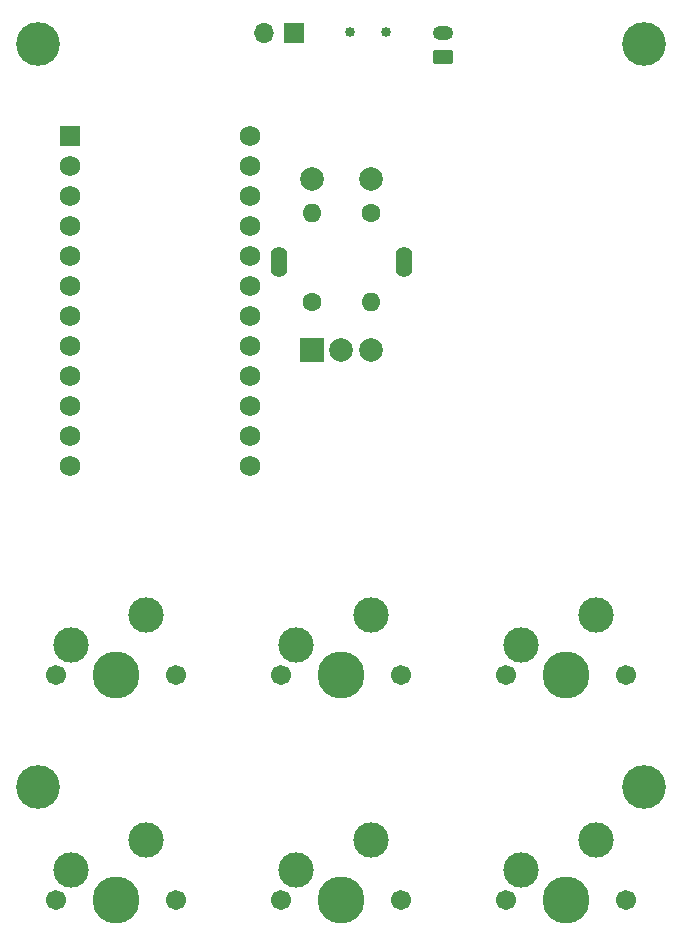
<source format=gts>
%TF.GenerationSoftware,KiCad,Pcbnew,(6.0.4)*%
%TF.CreationDate,2022-08-26T14:06:06+02:00*%
%TF.ProjectId,Little Big Scroll 6 - PCB,4c697474-6c65-4204-9269-67205363726f,v1.1*%
%TF.SameCoordinates,Original*%
%TF.FileFunction,Soldermask,Top*%
%TF.FilePolarity,Negative*%
%FSLAX46Y46*%
G04 Gerber Fmt 4.6, Leading zero omitted, Abs format (unit mm)*
G04 Created by KiCad (PCBNEW (6.0.4)) date 2022-08-26 14:06:06*
%MOMM*%
%LPD*%
G01*
G04 APERTURE LIST*
G04 Aperture macros list*
%AMRoundRect*
0 Rectangle with rounded corners*
0 $1 Rounding radius*
0 $2 $3 $4 $5 $6 $7 $8 $9 X,Y pos of 4 corners*
0 Add a 4 corners polygon primitive as box body*
4,1,4,$2,$3,$4,$5,$6,$7,$8,$9,$2,$3,0*
0 Add four circle primitives for the rounded corners*
1,1,$1+$1,$2,$3*
1,1,$1+$1,$4,$5*
1,1,$1+$1,$6,$7*
1,1,$1+$1,$8,$9*
0 Add four rect primitives between the rounded corners*
20,1,$1+$1,$2,$3,$4,$5,0*
20,1,$1+$1,$4,$5,$6,$7,0*
20,1,$1+$1,$6,$7,$8,$9,0*
20,1,$1+$1,$8,$9,$2,$3,0*%
G04 Aperture macros list end*
%ADD10R,1.752600X1.752600*%
%ADD11C,1.752600*%
%ADD12C,3.000000*%
%ADD13C,1.701800*%
%ADD14C,3.987800*%
%ADD15R,2.000000X2.000000*%
%ADD16C,2.000000*%
%ADD17O,1.400000X2.600000*%
%ADD18C,3.700000*%
%ADD19R,1.700000X1.700000*%
%ADD20O,1.700000X1.700000*%
%ADD21RoundRect,0.250000X0.625000X-0.350000X0.625000X0.350000X-0.625000X0.350000X-0.625000X-0.350000X0*%
%ADD22O,1.750000X1.200000*%
%ADD23C,1.600000*%
%ADD24O,1.600000X1.600000*%
%ADD25C,0.850000*%
G04 APERTURE END LIST*
D10*
X87340000Y-57510000D03*
D11*
X87340000Y-60050000D03*
X87340000Y-62590000D03*
X87340000Y-65130000D03*
X87340000Y-67670000D03*
X87340000Y-70210000D03*
X87340000Y-72750000D03*
X87340000Y-75290000D03*
X87340000Y-77830000D03*
X87340000Y-80370000D03*
X87340000Y-82910000D03*
X87340000Y-85450000D03*
X102580000Y-85450000D03*
X102580000Y-82910000D03*
X102580000Y-80370000D03*
X102580000Y-77830000D03*
X102580000Y-75290000D03*
X102580000Y-72750000D03*
X102580000Y-70210000D03*
X102580000Y-67670000D03*
X102580000Y-65130000D03*
X102580000Y-62590000D03*
X102580000Y-60050000D03*
X102580000Y-57510000D03*
D12*
X93760000Y-98080000D03*
D13*
X86140000Y-103160000D03*
D12*
X87410000Y-100620000D03*
D14*
X91220000Y-103160000D03*
D13*
X96300000Y-103160000D03*
D12*
X106460000Y-100620000D03*
D13*
X115350000Y-103160000D03*
X105190000Y-103160000D03*
D14*
X110270000Y-103160000D03*
D12*
X112810000Y-98080000D03*
D13*
X124240000Y-103160000D03*
D12*
X131860000Y-98080000D03*
D13*
X134400000Y-103160000D03*
D12*
X125510000Y-100620000D03*
D14*
X129320000Y-103160000D03*
D13*
X86140000Y-122210000D03*
D14*
X91220000Y-122210000D03*
D13*
X96300000Y-122210000D03*
D12*
X93760000Y-117130000D03*
X87410000Y-119670000D03*
D13*
X105190000Y-122210000D03*
D12*
X112810000Y-117130000D03*
D14*
X110270000Y-122210000D03*
D13*
X115350000Y-122210000D03*
D12*
X106460000Y-119670000D03*
D14*
X129320000Y-122210000D03*
D12*
X131860000Y-117130000D03*
X125510000Y-119670000D03*
D13*
X134400000Y-122210000D03*
X124240000Y-122210000D03*
D15*
X107770000Y-75660000D03*
D16*
X112770000Y-75660000D03*
X110270000Y-75660000D03*
D17*
X104970000Y-68160000D03*
X115570000Y-68160000D03*
D16*
X112770000Y-61160000D03*
X107770000Y-61160000D03*
D18*
X84600000Y-112685000D03*
X135940000Y-112685000D03*
X135940000Y-49730000D03*
X84600000Y-49730000D03*
D19*
X106250000Y-48810000D03*
D20*
X103710000Y-48810000D03*
D21*
X118870000Y-50820000D03*
D22*
X118870000Y-48820000D03*
D23*
X112770000Y-64090000D03*
D24*
X112770000Y-71590000D03*
D23*
X107790000Y-71560000D03*
D24*
X107790000Y-64060000D03*
D25*
X114040000Y-48750000D03*
X111040000Y-48750000D03*
M02*

</source>
